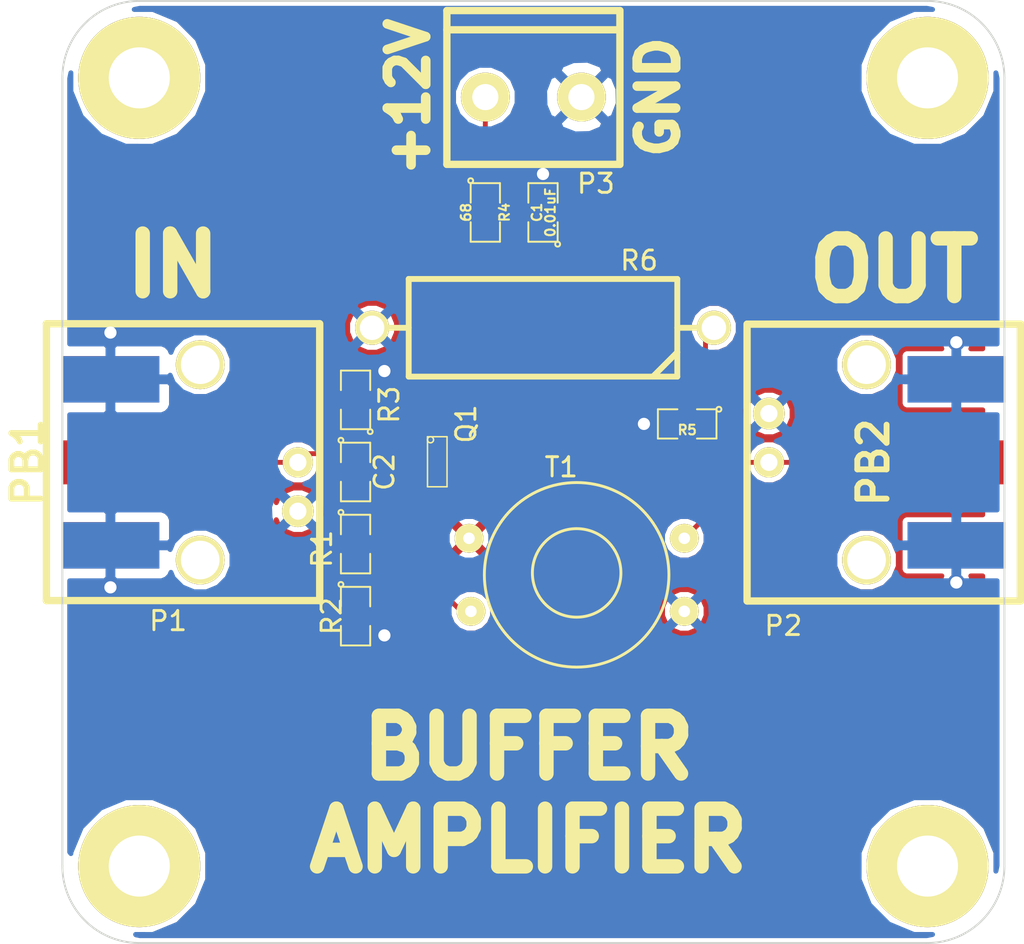
<source format=kicad_pcb>
(kicad_pcb (version 3) (host pcbnew "(2013-04-19 BZR 4011)-stable")

  (general
    (links 31)
    (no_connects 0)
    (area -6.651066 -2.2484 52.4944 49.050001)
    (thickness 1.6)
    (drawings 13)
    (tracks 44)
    (zones 0)
    (modules 19)
    (nets 9)
  )

  (page A3)
  (layers
    (15 F.Cu signal)
    (0 B.Cu signal)
    (16 B.Adhes user)
    (17 F.Adhes user)
    (18 B.Paste user)
    (19 F.Paste user)
    (20 B.SilkS user)
    (21 F.SilkS user)
    (22 B.Mask user)
    (23 F.Mask user)
    (24 Dwgs.User user)
    (25 Cmts.User user)
    (26 Eco1.User user)
    (27 Eco2.User user)
    (28 Edge.Cuts user)
  )

  (setup
    (last_trace_width 0.254)
    (trace_clearance 0.254)
    (zone_clearance 0.2032)
    (zone_45_only no)
    (trace_min 0.254)
    (segment_width 0.2)
    (edge_width 0.1)
    (via_size 0.889)
    (via_drill 0.635)
    (via_min_size 0.889)
    (via_min_drill 0.508)
    (uvia_size 0.508)
    (uvia_drill 0.127)
    (uvias_allowed no)
    (uvia_min_size 0.508)
    (uvia_min_drill 0.127)
    (pcb_text_width 0.3)
    (pcb_text_size 1.5 1.5)
    (mod_edge_width 0.15)
    (mod_text_size 1 1)
    (mod_text_width 0.15)
    (pad_size 1.5 1.5)
    (pad_drill 0.6)
    (pad_to_mask_clearance 0)
    (aux_axis_origin 0 0)
    (visible_elements FFFFFFBF)
    (pcbplotparams
      (layerselection 3178497)
      (usegerberextensions true)
      (excludeedgelayer true)
      (linewidth 152400)
      (plotframeref false)
      (viasonmask false)
      (mode 1)
      (useauxorigin false)
      (hpglpennumber 1)
      (hpglpenspeed 20)
      (hpglpendiameter 15)
      (hpglpenoverlay 2)
      (psnegative false)
      (psa4output false)
      (plotreference true)
      (plotvalue true)
      (plotothertext true)
      (plotinvisibletext false)
      (padsonsilk false)
      (subtractmaskfromsilk false)
      (outputformat 1)
      (mirror false)
      (drillshape 1)
      (scaleselection 1)
      (outputdirectory ""))
  )

  (net 0 "")
  (net 1 /+12V)
  (net 2 /+BUF)
  (net 3 /GND)
  (net 4 /IN)
  (net 5 /OUT)
  (net 6 /VB)
  (net 7 /VC)
  (net 8 N-000001)

  (net_class Default "This is the default net class."
    (clearance 0.254)
    (trace_width 0.254)
    (via_dia 0.889)
    (via_drill 0.635)
    (uvia_dia 0.508)
    (uvia_drill 0.127)
    (add_net "")
    (add_net /+12V)
    (add_net /+BUF)
    (add_net /GND)
    (add_net /IN)
    (add_net /OUT)
    (add_net /VB)
    (add_net /VC)
    (add_net N-000001)
  )

  (module TB2-5MM (layer F.Cu) (tedit 51ADFD40) (tstamp 51ADF128)
    (at 22 5)
    (path /51AC8CBC)
    (fp_text reference P3 (at 5.75 4.5) (layer F.SilkS)
      (effects (font (size 1 1) (thickness 0.15)))
    )
    (fp_text value CONN_2 (at 2 5) (layer F.SilkS) hide
      (effects (font (size 1.524 1.524) (thickness 0.3048)))
    )
    (fp_line (start -2 -4.5) (end -2 3.5) (layer F.SilkS) (width 0.381))
    (fp_line (start 7 -4.5) (end 7 3.5) (layer F.SilkS) (width 0.381))
    (fp_line (start -2 3.5) (end 7 3.5) (layer F.SilkS) (width 0.381))
    (fp_line (start -2 -3.5) (end 7 -3.5) (layer F.SilkS) (width 0.381))
    (fp_line (start -2 -4.5) (end 7 -4.5) (layer F.SilkS) (width 0.381))
    (pad 1 thru_hole circle (at 0 0) (size 2.54 2.54) (drill 1.3589)
      (layers *.Cu *.Mask F.SilkS)
      (net 1 /+12V)
    )
    (pad 2 thru_hole circle (at 5 0) (size 2.54 2.54) (drill 1.3589)
      (layers *.Cu *.Mask F.SilkS)
      (net 3 /GND)
    )
  )

  (module SM0805 (layer F.Cu) (tedit 51ADEDE2) (tstamp 51ADF135)
    (at 22 11 270)
    (path /51AC8CE1)
    (attr smd)
    (fp_text reference R4 (at 0 -1 270) (layer F.SilkS)
      (effects (font (size 0.50038 0.50038) (thickness 0.10922)))
    )
    (fp_text value 68 (at 0 1 270) (layer F.SilkS)
      (effects (font (size 0.50038 0.50038) (thickness 0.10922)))
    )
    (fp_circle (center -1.651 0.762) (end -1.651 0.635) (layer F.SilkS) (width 0.09906))
    (fp_line (start -0.508 0.762) (end -1.524 0.762) (layer F.SilkS) (width 0.09906))
    (fp_line (start -1.524 0.762) (end -1.524 -0.762) (layer F.SilkS) (width 0.09906))
    (fp_line (start -1.524 -0.762) (end -0.508 -0.762) (layer F.SilkS) (width 0.09906))
    (fp_line (start 0.508 -0.762) (end 1.524 -0.762) (layer F.SilkS) (width 0.09906))
    (fp_line (start 1.524 -0.762) (end 1.524 0.762) (layer F.SilkS) (width 0.09906))
    (fp_line (start 1.524 0.762) (end 0.508 0.762) (layer F.SilkS) (width 0.09906))
    (pad 1 smd rect (at -0.9525 0 270) (size 0.889 1.397)
      (layers F.Cu F.Paste F.Mask)
      (net 1 /+12V)
    )
    (pad 2 smd rect (at 0.9525 0 270) (size 0.889 1.397)
      (layers F.Cu F.Paste F.Mask)
      (net 2 /+BUF)
    )
    (model smd/chip_cms.wrl
      (at (xyz 0 0 0))
      (scale (xyz 0.1 0.1 0.1))
      (rotate (xyz 0 0 0))
    )
  )

  (module SM0805 (layer F.Cu) (tedit 5091495C) (tstamp 51ADF142)
    (at 25 11 90)
    (path /51AC8CF0)
    (attr smd)
    (fp_text reference C1 (at 0 -0.3175 90) (layer F.SilkS)
      (effects (font (size 0.50038 0.50038) (thickness 0.10922)))
    )
    (fp_text value 0.01uF (at 0 0.381 90) (layer F.SilkS)
      (effects (font (size 0.50038 0.50038) (thickness 0.10922)))
    )
    (fp_circle (center -1.651 0.762) (end -1.651 0.635) (layer F.SilkS) (width 0.09906))
    (fp_line (start -0.508 0.762) (end -1.524 0.762) (layer F.SilkS) (width 0.09906))
    (fp_line (start -1.524 0.762) (end -1.524 -0.762) (layer F.SilkS) (width 0.09906))
    (fp_line (start -1.524 -0.762) (end -0.508 -0.762) (layer F.SilkS) (width 0.09906))
    (fp_line (start 0.508 -0.762) (end 1.524 -0.762) (layer F.SilkS) (width 0.09906))
    (fp_line (start 1.524 -0.762) (end 1.524 0.762) (layer F.SilkS) (width 0.09906))
    (fp_line (start 1.524 0.762) (end 0.508 0.762) (layer F.SilkS) (width 0.09906))
    (pad 1 smd rect (at -0.9525 0 90) (size 0.889 1.397)
      (layers F.Cu F.Paste F.Mask)
      (net 2 /+BUF)
    )
    (pad 2 smd rect (at 0.9525 0 90) (size 0.889 1.397)
      (layers F.Cu F.Paste F.Mask)
      (net 3 /GND)
    )
    (model smd/chip_cms.wrl
      (at (xyz 0 0 0))
      (scale (xyz 0.1 0.1 0.1))
      (rotate (xyz 0 0 0))
    )
  )

  (module SM0805 (layer F.Cu) (tedit 51ADF71F) (tstamp 51ADF14F)
    (at 15.25 28.25 270)
    (path /51AC8CFF)
    (attr smd)
    (fp_text reference R1 (at 0.25 1.75 270) (layer F.SilkS)
      (effects (font (size 1 1) (thickness 0.15)))
    )
    (fp_text value 22K (at 0 1 270) (layer F.SilkS) hide
      (effects (font (size 0.50038 0.50038) (thickness 0.10922)))
    )
    (fp_circle (center -1.651 0.762) (end -1.651 0.635) (layer F.SilkS) (width 0.09906))
    (fp_line (start -0.508 0.762) (end -1.524 0.762) (layer F.SilkS) (width 0.09906))
    (fp_line (start -1.524 0.762) (end -1.524 -0.762) (layer F.SilkS) (width 0.09906))
    (fp_line (start -1.524 -0.762) (end -0.508 -0.762) (layer F.SilkS) (width 0.09906))
    (fp_line (start 0.508 -0.762) (end 1.524 -0.762) (layer F.SilkS) (width 0.09906))
    (fp_line (start 1.524 -0.762) (end 1.524 0.762) (layer F.SilkS) (width 0.09906))
    (fp_line (start 1.524 0.762) (end 0.508 0.762) (layer F.SilkS) (width 0.09906))
    (pad 1 smd rect (at -0.9525 0 270) (size 0.889 1.397)
      (layers F.Cu F.Paste F.Mask)
      (net 2 /+BUF)
    )
    (pad 2 smd rect (at 0.9525 0 270) (size 0.889 1.397)
      (layers F.Cu F.Paste F.Mask)
      (net 6 /VB)
    )
    (model smd/chip_cms.wrl
      (at (xyz 0 0 0))
      (scale (xyz 0.1 0.1 0.1))
      (rotate (xyz 0 0 0))
    )
  )

  (module SM0805 (layer F.Cu) (tedit 51ADF71B) (tstamp 51ADF15C)
    (at 15.25 32 270)
    (path /51AC8D0E)
    (attr smd)
    (fp_text reference R2 (at 0 1.25 270) (layer F.SilkS)
      (effects (font (size 1 1) (thickness 0.15)))
    )
    (fp_text value R (at 0 0.381 270) (layer F.SilkS) hide
      (effects (font (size 0.50038 0.50038) (thickness 0.10922)))
    )
    (fp_circle (center -1.651 0.762) (end -1.651 0.635) (layer F.SilkS) (width 0.09906))
    (fp_line (start -0.508 0.762) (end -1.524 0.762) (layer F.SilkS) (width 0.09906))
    (fp_line (start -1.524 0.762) (end -1.524 -0.762) (layer F.SilkS) (width 0.09906))
    (fp_line (start -1.524 -0.762) (end -0.508 -0.762) (layer F.SilkS) (width 0.09906))
    (fp_line (start 0.508 -0.762) (end 1.524 -0.762) (layer F.SilkS) (width 0.09906))
    (fp_line (start 1.524 -0.762) (end 1.524 0.762) (layer F.SilkS) (width 0.09906))
    (fp_line (start 1.524 0.762) (end 0.508 0.762) (layer F.SilkS) (width 0.09906))
    (pad 1 smd rect (at -0.9525 0 270) (size 0.889 1.397)
      (layers F.Cu F.Paste F.Mask)
      (net 6 /VB)
    )
    (pad 2 smd rect (at 0.9525 0 270) (size 0.889 1.397)
      (layers F.Cu F.Paste F.Mask)
      (net 3 /GND)
    )
    (model smd/chip_cms.wrl
      (at (xyz 0 0 0))
      (scale (xyz 0.1 0.1 0.1))
      (rotate (xyz 0 0 0))
    )
  )

  (module SM0805 (layer F.Cu) (tedit 51ADF723) (tstamp 51ADF169)
    (at 15.25 20.75 90)
    (path /51AC8D2C)
    (attr smd)
    (fp_text reference R3 (at -0.25 1.75 90) (layer F.SilkS)
      (effects (font (size 1 1) (thickness 0.15)))
    )
    (fp_text value 180 (at 0 0.381 90) (layer F.SilkS) hide
      (effects (font (size 0.50038 0.50038) (thickness 0.10922)))
    )
    (fp_circle (center -1.651 0.762) (end -1.651 0.635) (layer F.SilkS) (width 0.09906))
    (fp_line (start -0.508 0.762) (end -1.524 0.762) (layer F.SilkS) (width 0.09906))
    (fp_line (start -1.524 0.762) (end -1.524 -0.762) (layer F.SilkS) (width 0.09906))
    (fp_line (start -1.524 -0.762) (end -0.508 -0.762) (layer F.SilkS) (width 0.09906))
    (fp_line (start 0.508 -0.762) (end 1.524 -0.762) (layer F.SilkS) (width 0.09906))
    (fp_line (start 1.524 -0.762) (end 1.524 0.762) (layer F.SilkS) (width 0.09906))
    (fp_line (start 1.524 0.762) (end 0.508 0.762) (layer F.SilkS) (width 0.09906))
    (pad 1 smd rect (at -0.9525 0 90) (size 0.889 1.397)
      (layers F.Cu F.Paste F.Mask)
      (net 8 N-000001)
    )
    (pad 2 smd rect (at 0.9525 0 90) (size 0.889 1.397)
      (layers F.Cu F.Paste F.Mask)
      (net 3 /GND)
    )
    (model smd/chip_cms.wrl
      (at (xyz 0 0 0))
      (scale (xyz 0.1 0.1 0.1))
      (rotate (xyz 0 0 0))
    )
  )

  (module SM0805 (layer F.Cu) (tedit 51ADF719) (tstamp 51ADF176)
    (at 15.25 24.5 270)
    (path /51AC8D77)
    (attr smd)
    (fp_text reference C2 (at 0 -1.5 270) (layer F.SilkS)
      (effects (font (size 1 1) (thickness 0.15)))
    )
    (fp_text value C (at 0 0.381 270) (layer F.SilkS) hide
      (effects (font (size 0.50038 0.50038) (thickness 0.10922)))
    )
    (fp_circle (center -1.651 0.762) (end -1.651 0.635) (layer F.SilkS) (width 0.09906))
    (fp_line (start -0.508 0.762) (end -1.524 0.762) (layer F.SilkS) (width 0.09906))
    (fp_line (start -1.524 0.762) (end -1.524 -0.762) (layer F.SilkS) (width 0.09906))
    (fp_line (start -1.524 -0.762) (end -0.508 -0.762) (layer F.SilkS) (width 0.09906))
    (fp_line (start 0.508 -0.762) (end 1.524 -0.762) (layer F.SilkS) (width 0.09906))
    (fp_line (start 1.524 -0.762) (end 1.524 0.762) (layer F.SilkS) (width 0.09906))
    (fp_line (start 1.524 0.762) (end 0.508 0.762) (layer F.SilkS) (width 0.09906))
    (pad 1 smd rect (at -0.9525 0 270) (size 0.889 1.397)
      (layers F.Cu F.Paste F.Mask)
      (net 4 /IN)
    )
    (pad 2 smd rect (at 0.9525 0 270) (size 0.889 1.397)
      (layers F.Cu F.Paste F.Mask)
      (net 6 /VB)
    )
    (model smd/chip_cms.wrl
      (at (xyz 0 0 0))
      (scale (xyz 0.1 0.1 0.1))
      (rotate (xyz 0 0 0))
    )
  )

  (module SM0805 (layer F.Cu) (tedit 51ADF55A) (tstamp 51ADF183)
    (at 32.5 22 180)
    (path /51AC8F1C)
    (attr smd)
    (fp_text reference R5 (at 0 -0.3175 180) (layer F.SilkS)
      (effects (font (size 0.50038 0.50038) (thickness 0.10922)))
    )
    (fp_text value DNP (at 0 0.381 180) (layer F.SilkS) hide
      (effects (font (size 0.50038 0.50038) (thickness 0.10922)))
    )
    (fp_circle (center -1.651 0.762) (end -1.651 0.635) (layer F.SilkS) (width 0.09906))
    (fp_line (start -0.508 0.762) (end -1.524 0.762) (layer F.SilkS) (width 0.09906))
    (fp_line (start -1.524 0.762) (end -1.524 -0.762) (layer F.SilkS) (width 0.09906))
    (fp_line (start -1.524 -0.762) (end -0.508 -0.762) (layer F.SilkS) (width 0.09906))
    (fp_line (start 0.508 -0.762) (end 1.524 -0.762) (layer F.SilkS) (width 0.09906))
    (fp_line (start 1.524 -0.762) (end 1.524 0.762) (layer F.SilkS) (width 0.09906))
    (fp_line (start 1.524 0.762) (end 0.508 0.762) (layer F.SilkS) (width 0.09906))
    (pad 1 smd rect (at -0.9525 0 180) (size 0.889 1.397)
      (layers F.Cu F.Paste F.Mask)
      (net 5 /OUT)
    )
    (pad 2 smd rect (at 0.9525 0 180) (size 0.889 1.397)
      (layers F.Cu F.Paste F.Mask)
      (net 3 /GND)
    )
    (model smd/chip_cms.wrl
      (at (xyz 0 0 0))
      (scale (xyz 0.1 0.1 0.1))
      (rotate (xyz 0 0 0))
    )
  )

  (module BNC-RT (layer F.Cu) (tedit 51ADFF7F) (tstamp 51ADF18F)
    (at 12.25 24 90)
    (path /51AC8CD2)
    (fp_text reference P1 (at -8.25 -6.75 180) (layer F.SilkS)
      (effects (font (size 1 1) (thickness 0.15)))
    )
    (fp_text value BNC (at -0.14986 6.2992 90) (layer F.SilkS) hide
      (effects (font (size 1.524 1.524) (thickness 0.3048)))
    )
    (fp_line (start -7.1882 1.1176) (end -7.1882 -13.08354) (layer F.SilkS) (width 0.381))
    (fp_line (start -7.19328 -13.07846) (end 7.20598 -13.07846) (layer F.SilkS) (width 0.381))
    (fp_line (start 7.21106 -13.08354) (end 7.21106 1.1176) (layer F.SilkS) (width 0.381))
    (fp_line (start -7.1882 1.13538) (end 7.21106 1.13538) (layer F.SilkS) (width 0.381))
    (pad 1 thru_hole circle (at 0 0 90) (size 1.5748 1.5748) (drill 0.889)
      (layers *.Cu *.Mask F.SilkS)
      (net 4 /IN)
    )
    (pad 2 thru_hole circle (at -2.54 0 90) (size 1.651 1.651) (drill 0.889)
      (layers *.Cu *.Mask F.SilkS)
      (net 3 /GND)
    )
    (pad "" thru_hole circle (at -5.08 -5.08 90) (size 2.54 2.54) (drill 2.00914)
      (layers *.Cu *.Mask F.SilkS)
    )
    (pad "" thru_hole circle (at 5.08 -5.08 90) (size 2.54 2.54) (drill 2.00914)
      (layers *.Cu *.Mask F.SilkS)
    )
  )

  (module BNC-RT (layer F.Cu) (tedit 51ADFD39) (tstamp 51ADF19B)
    (at 36.75 24 270)
    (path /51AC8D54)
    (fp_text reference P2 (at 8.5 -0.75 360) (layer F.SilkS)
      (effects (font (size 1 1) (thickness 0.15)))
    )
    (fp_text value BNC (at -0.14986 6.2992 270) (layer F.SilkS) hide
      (effects (font (size 1.524 1.524) (thickness 0.3048)))
    )
    (fp_line (start -7.1882 1.1176) (end -7.1882 -13.08354) (layer F.SilkS) (width 0.381))
    (fp_line (start -7.19328 -13.07846) (end 7.20598 -13.07846) (layer F.SilkS) (width 0.381))
    (fp_line (start 7.21106 -13.08354) (end 7.21106 1.1176) (layer F.SilkS) (width 0.381))
    (fp_line (start -7.1882 1.13538) (end 7.21106 1.13538) (layer F.SilkS) (width 0.381))
    (pad 1 thru_hole circle (at 0 0 270) (size 1.5748 1.5748) (drill 0.889)
      (layers *.Cu *.Mask F.SilkS)
      (net 5 /OUT)
    )
    (pad 2 thru_hole circle (at -2.54 0 270) (size 1.651 1.651) (drill 0.889)
      (layers *.Cu *.Mask F.SilkS)
      (net 3 /GND)
    )
    (pad "" thru_hole circle (at -5.08 -5.08 270) (size 2.54 2.54) (drill 2.00914)
      (layers *.Cu *.Mask F.SilkS)
    )
    (pad "" thru_hole circle (at 5.08 -5.08 270) (size 2.54 2.54) (drill 2.00914)
      (layers *.Cu *.Mask F.SilkS)
    )
  )

  (module SOT23 (layer F.Cu) (tedit 51ADF721) (tstamp 51ADF802)
    (at 19.5 24 270)
    (tags SOT23)
    (path /51AC8D1D)
    (fp_text reference Q1 (at -2 -1.5 270) (layer F.SilkS)
      (effects (font (size 1 1) (thickness 0.15)))
    )
    (fp_text value 2N3904 (at 0.0635 0 270) (layer F.SilkS) hide
      (effects (font (size 0.50038 0.50038) (thickness 0.09906)))
    )
    (fp_circle (center -1.17602 0.35052) (end -1.30048 0.44958) (layer F.SilkS) (width 0.07874))
    (fp_line (start 1.27 -0.508) (end 1.27 0.508) (layer F.SilkS) (width 0.07874))
    (fp_line (start -1.3335 -0.508) (end -1.3335 0.508) (layer F.SilkS) (width 0.07874))
    (fp_line (start 1.27 0.508) (end -1.3335 0.508) (layer F.SilkS) (width 0.07874))
    (fp_line (start -1.3335 -0.508) (end 1.27 -0.508) (layer F.SilkS) (width 0.07874))
    (pad 3 smd rect (at 0 -1.09982 270) (size 0.8001 1.00076)
      (layers F.Cu F.Paste F.Mask)
      (net 7 /VC)
    )
    (pad 2 smd rect (at 0.9525 1.09982 270) (size 0.8001 1.00076)
      (layers F.Cu F.Paste F.Mask)
      (net 6 /VB)
    )
    (pad 1 smd rect (at -0.9525 1.09982 270) (size 0.8001 1.00076)
      (layers F.Cu F.Paste F.Mask)
      (net 8 N-000001)
    )
    (model smd\SOT23_3.wrl
      (at (xyz 0 0 0))
      (scale (xyz 0.4 0.4 0.4))
      (rotate (xyz 0 0 180))
    )
  )

  (module MTG-4-40 (layer F.Cu) (tedit 50F036E3) (tstamp 51ADF813)
    (at 4 4)
    (path /51ADF1DC)
    (fp_text reference MTG1 (at -6.858 -0.635) (layer F.SilkS) hide
      (effects (font (size 1.524 1.524) (thickness 0.3048)))
    )
    (fp_text value CONN_1 (at 0 -5.08) (layer F.SilkS) hide
      (effects (font (size 1.524 1.524) (thickness 0.3048)))
    )
    (pad 1 thru_hole circle (at 0 0) (size 6.35 6.35) (drill 3.175)
      (layers *.Cu *.Mask F.SilkS)
    )
  )

  (module MTG-4-40 (layer F.Cu) (tedit 50F036E3) (tstamp 51ADF818)
    (at 45 4)
    (path /51ADF21A)
    (fp_text reference MTG2 (at -6.858 -0.635) (layer F.SilkS) hide
      (effects (font (size 1.524 1.524) (thickness 0.3048)))
    )
    (fp_text value CONN_1 (at 0 -5.08) (layer F.SilkS) hide
      (effects (font (size 1.524 1.524) (thickness 0.3048)))
    )
    (pad 1 thru_hole circle (at 0 0) (size 6.35 6.35) (drill 3.175)
      (layers *.Cu *.Mask F.SilkS)
    )
  )

  (module MTG-4-40 (layer F.Cu) (tedit 50F036E3) (tstamp 51ADF81D)
    (at 4 45)
    (path /51ADF221)
    (fp_text reference MTG3 (at -6.858 -0.635) (layer F.SilkS) hide
      (effects (font (size 1.524 1.524) (thickness 0.3048)))
    )
    (fp_text value CONN_1 (at 0 -5.08) (layer F.SilkS) hide
      (effects (font (size 1.524 1.524) (thickness 0.3048)))
    )
    (pad 1 thru_hole circle (at 0 0) (size 6.35 6.35) (drill 3.175)
      (layers *.Cu *.Mask F.SilkS)
    )
  )

  (module MTG-4-40 (layer F.Cu) (tedit 50F036E3) (tstamp 51ADF822)
    (at 45 45)
    (path /51ADF228)
    (fp_text reference MTG4 (at -6.858 -0.635) (layer F.SilkS) hide
      (effects (font (size 1.524 1.524) (thickness 0.3048)))
    )
    (fp_text value CONN_1 (at 0 -5.08) (layer F.SilkS) hide
      (effects (font (size 1.524 1.524) (thickness 0.3048)))
    )
    (pad 1 thru_hole circle (at 0 0) (size 6.35 6.35) (drill 3.175)
      (layers *.Cu *.Mask F.SilkS)
    )
  )

  (module TRANS-37-43 (layer F.Cu) (tedit 51ADF5C8) (tstamp 51ADF9F8)
    (at 26.75 29.75)
    (path /51AC8D45)
    (fp_text reference T1 (at -0.8 -5.5) (layer F.SilkS)
      (effects (font (size 1 1) (thickness 0.15)))
    )
    (fp_text value TRANSFO (at 0.1 6.1) (layer F.SilkS) hide
      (effects (font (size 1 1) (thickness 0.15)))
    )
    (fp_circle (center 0 0.1) (end 4.8 0.1) (layer F.SilkS) (width 0.15))
    (fp_circle (center 0 0) (end 2.3 0.1) (layer F.SilkS) (width 0.15))
    (pad 1 thru_hole circle (at -5.6 -1.8) (size 1.5 1.5) (drill 0.6)
      (layers *.Cu *.Mask F.SilkS)
      (net 2 /+BUF)
    )
    (pad 2 thru_hole circle (at -5.5 2) (size 1.5 1.5) (drill 0.6)
      (layers *.Cu *.Mask F.SilkS)
      (net 7 /VC)
    )
    (pad 3 thru_hole circle (at 5.6 2) (size 1.5 1.5) (drill 0.6)
      (layers *.Cu *.Mask F.SilkS)
      (net 3 /GND)
    )
    (pad 4 thru_hole circle (at 5.6 -1.8) (size 1.5 1.5) (drill 0.6)
      (layers *.Cu *.Mask F.SilkS)
      (net 5 /OUT)
    )
  )

  (module R7 (layer F.Cu) (tedit 51ADFA07) (tstamp 51AE03EE)
    (at 25 17 180)
    (descr "Resitance 7 pas")
    (tags R)
    (path /51ADF8BA)
    (autoplace_cost180 10)
    (fp_text reference R6 (at -5 3.5 180) (layer F.SilkS)
      (effects (font (size 1 1) (thickness 0.15)))
    )
    (fp_text value DNP (at -2.286 -1.27 180) (layer F.SilkS) hide
      (effects (font (size 1.397 1.27) (thickness 0.2032)))
    )
    (fp_line (start -8.89 0) (end -8.89 0) (layer F.SilkS) (width 0.3048))
    (fp_line (start -8.89 0) (end -8.89 0) (layer F.SilkS) (width 0.3048))
    (fp_line (start 6.985 0) (end 8.89 0) (layer F.SilkS) (width 0.3048))
    (fp_line (start 8.89 0) (end 8.89 0) (layer F.SilkS) (width 0.3048))
    (fp_line (start 6.985 2.54) (end -6.985 2.54) (layer F.SilkS) (width 0.3048))
    (fp_line (start -6.985 -2.54) (end 6.985 -2.54) (layer F.SilkS) (width 0.3048))
    (fp_line (start -6.985 -1.27) (end -5.715 -2.54) (layer F.SilkS) (width 0.3048))
    (fp_line (start 6.985 -2.54) (end 6.985 2.54) (layer F.SilkS) (width 0.3048))
    (fp_line (start -6.985 -2.54) (end -6.985 2.54) (layer F.SilkS) (width 0.3048))
    (fp_line (start -8.89 0) (end -6.985 0) (layer F.SilkS) (width 0.3048))
    (pad 1 thru_hole circle (at -8.89 0 180) (size 1.778 1.778) (drill 1.27)
      (layers *.Cu *.Mask F.SilkS)
      (net 5 /OUT)
    )
    (pad 2 thru_hole circle (at 8.89 0 180) (size 1.778 1.778) (drill 1.27)
      (layers *.Cu *.Mask F.SilkS)
      (net 3 /GND)
    )
    (model discret/resistor.wrl
      (at (xyz 0 0 0))
      (scale (xyz 0.7 0.7 0.7))
      (rotate (xyz 0 0 0))
    )
  )

  (module SMA_EDGE (layer F.Cu) (tedit 516DB352) (tstamp 51AE1044)
    (at 2.5 24)
    (path /51ADFE1D)
    (fp_text reference PB1 (at -4.318 0 90) (layer F.SilkS)
      (effects (font (size 1.524 1.524) (thickness 0.3048)))
    )
    (fp_text value CONN_2 (at 4.826 0.254 90) (layer F.SilkS) hide
      (effects (font (size 1.524 1.524) (thickness 0.3048)))
    )
    (pad 1 smd rect (at 0 0) (size 5.08 2.286)
      (layers F.Cu F.Paste F.Mask)
      (net 4 /IN)
    )
    (pad 2 smd rect (at 0 -4.318) (size 5.08 2.413)
      (layers F.Cu F.Paste F.Mask)
      (net 3 /GND)
    )
    (pad 2 smd rect (at 0 4.318) (size 5.08 2.413)
      (layers F.Cu F.Paste F.Mask)
      (net 3 /GND)
    )
    (pad 2 smd rect (at 0 -4.318) (size 5.08 2.413)
      (layers B.Cu B.Paste B.Mask)
      (net 3 /GND)
    )
    (pad 2 smd rect (at 0 4.318) (size 5.08 2.413)
      (layers B.Cu B.Paste B.Mask)
      (net 3 /GND)
    )
  )

  (module SMA_EDGE (layer F.Cu) (tedit 516DB352) (tstamp 51AE104D)
    (at 46.5 24)
    (path /51ADFE2C)
    (fp_text reference PB2 (at -4.318 0 90) (layer F.SilkS)
      (effects (font (size 1.524 1.524) (thickness 0.3048)))
    )
    (fp_text value CONN_2 (at 4.826 0.254 90) (layer F.SilkS) hide
      (effects (font (size 1.524 1.524) (thickness 0.3048)))
    )
    (pad 1 smd rect (at 0 0) (size 5.08 2.286)
      (layers F.Cu F.Paste F.Mask)
      (net 5 /OUT)
    )
    (pad 2 smd rect (at 0 -4.318) (size 5.08 2.413)
      (layers F.Cu F.Paste F.Mask)
      (net 3 /GND)
    )
    (pad 2 smd rect (at 0 4.318) (size 5.08 2.413)
      (layers F.Cu F.Paste F.Mask)
      (net 3 /GND)
    )
    (pad 2 smd rect (at 0 -4.318) (size 5.08 2.413)
      (layers B.Cu B.Paste B.Mask)
      (net 3 /GND)
    )
    (pad 2 smd rect (at 0 4.318) (size 5.08 2.413)
      (layers B.Cu B.Paste B.Mask)
      (net 3 /GND)
    )
  )

  (gr_text GND (at 31 5 90) (layer F.SilkS)
    (effects (font (size 2 2) (thickness 0.5)))
  )
  (gr_text +12V (at 18 5 90) (layer F.SilkS)
    (effects (font (size 2 2) (thickness 0.5)))
  )
  (gr_line (start 0 45) (end 0 4) (angle 90) (layer Edge.Cuts) (width 0.1))
  (gr_line (start 45 49) (end 4 49) (angle 90) (layer Edge.Cuts) (width 0.1))
  (gr_line (start 49 4) (end 49 45) (angle 90) (layer Edge.Cuts) (width 0.1))
  (gr_line (start 4 0) (end 45 0) (angle 90) (layer Edge.Cuts) (width 0.1))
  (gr_arc (start 4 45) (end 4 49) (angle 90) (layer Edge.Cuts) (width 0.1))
  (gr_arc (start 45 45) (end 49 45) (angle 90) (layer Edge.Cuts) (width 0.1))
  (gr_arc (start 45 4) (end 45 0) (angle 90) (layer Edge.Cuts) (width 0.1))
  (gr_arc (start 4 4) (end 0 4) (angle 90) (layer Edge.Cuts) (width 0.1))
  (gr_text "BUFFER\nAMPLIFIER" (at 24.25 41.25) (layer F.SilkS)
    (effects (font (size 3 3) (thickness 0.75)))
  )
  (gr_text OUT (at 43.25 14) (layer F.SilkS)
    (effects (font (size 3 3) (thickness 0.75)))
  )
  (gr_text IN (at 5.75 13.75) (layer F.SilkS)
    (effects (font (size 3 3) (thickness 0.75)))
  )

  (segment (start 22 10.0475) (end 22 5) (width 0.254) (layer F.Cu) (net 1) (status 30))
  (segment (start 15.25 19.7975) (end 16.2025 19.7975) (width 0.254) (layer F.Cu) (net 3))
  (via (at 16.75 19.25) (size 0.889) (layers F.Cu B.Cu) (net 3))
  (segment (start 16.2025 19.7975) (end 16.75 19.25) (width 0.254) (layer F.Cu) (net 3) (tstamp 51AE1240))
  (segment (start 31.5475 22) (end 30.25 22) (width 0.254) (layer F.Cu) (net 3))
  (via (at 30.25 22) (size 0.889) (layers F.Cu B.Cu) (net 3))
  (segment (start 15.25 32.9525) (end 16.7025 32.9525) (width 0.254) (layer F.Cu) (net 3))
  (via (at 16.75 33) (size 0.889) (layers F.Cu B.Cu) (net 3))
  (segment (start 16.7025 32.9525) (end 16.75 33) (width 0.254) (layer F.Cu) (net 3) (tstamp 51AE1216))
  (segment (start 46.5 28.318) (end 46.5 30.25) (width 0.254) (layer F.Cu) (net 3) (status 400010))
  (via (at 46.5 30.25) (size 0.889) (layers F.Cu B.Cu) (net 3))
  (segment (start 46.5 19.682) (end 46.5 17.75) (width 0.254) (layer F.Cu) (net 3) (status 400010))
  (via (at 46.5 17.75) (size 0.889) (layers F.Cu B.Cu) (net 3))
  (segment (start 2.5 28.318) (end 2.5 30.5) (width 0.254) (layer F.Cu) (net 3) (status 10))
  (via (at 2.5 30.5) (size 0.889) (layers F.Cu B.Cu) (net 3))
  (segment (start 2.5 19.682) (end 2.5 17.25) (width 0.254) (layer F.Cu) (net 3) (status 10))
  (via (at 2.5 17.25) (size 0.889) (layers F.Cu B.Cu) (net 3))
  (segment (start 25 10.0475) (end 25 9) (width 0.254) (layer F.Cu) (net 3) (status 10))
  (via (at 25 9) (size 0.889) (layers F.Cu B.Cu) (net 3))
  (segment (start 2.5 24) (end 12.25 24) (width 0.254) (layer F.Cu) (net 4))
  (segment (start 15.25 23.5475) (end 12.7025 23.5475) (width 0.254) (layer F.Cu) (net 4))
  (segment (start 12.7025 23.5475) (end 12.25 24) (width 0.254) (layer F.Cu) (net 4) (tstamp 51AE1224))
  (segment (start 33.4525 22) (end 33.4525 17.4375) (width 0.254) (layer F.Cu) (net 5))
  (segment (start 33.4525 17.4375) (end 33.89 17) (width 0.254) (layer F.Cu) (net 5) (tstamp 51AE698D))
  (segment (start 33.4525 22) (end 33.4525 22.4525) (width 0.254) (layer F.Cu) (net 5))
  (segment (start 35 24) (end 36.75 24) (width 0.254) (layer F.Cu) (net 5) (tstamp 51AE6987))
  (segment (start 33.4525 22.4525) (end 35 24) (width 0.254) (layer F.Cu) (net 5) (tstamp 51AE6986))
  (segment (start 36.75 24) (end 46.5 24) (width 0.254) (layer F.Cu) (net 5) (status 20))
  (segment (start 33.4525 22) (end 33.4525 26.8475) (width 0.254) (layer F.Cu) (net 5))
  (segment (start 33.4525 26.8475) (end 32.35 27.95) (width 0.254) (layer F.Cu) (net 5) (tstamp 51AE124B))
  (segment (start 15.25 29.2025) (end 17.0475 29.2025) (width 0.254) (layer F.Cu) (net 6))
  (segment (start 17.75 28.5) (end 17.75 25.4525) (width 0.254) (layer F.Cu) (net 6) (tstamp 51AE121F))
  (segment (start 17.0475 29.2025) (end 17.75 28.5) (width 0.254) (layer F.Cu) (net 6) (tstamp 51AE121E))
  (segment (start 15.25 25.4525) (end 17.75 25.4525) (width 0.254) (layer F.Cu) (net 6))
  (segment (start 17.75 25.4525) (end 17.90018 25.4525) (width 0.254) (layer F.Cu) (net 6) (tstamp 51AE1221))
  (segment (start 17.90018 25.4525) (end 18.40018 24.9525) (width 0.254) (layer F.Cu) (net 6) (tstamp 51AE121C))
  (segment (start 15.25 31.0475) (end 15.25 29.2025) (width 0.254) (layer F.Cu) (net 6))
  (segment (start 21.25 31.75) (end 20.75 31.75) (width 0.254) (layer F.Cu) (net 7))
  (segment (start 20.59982 25.65018) (end 20.59982 24) (width 0.254) (layer F.Cu) (net 7) (tstamp 51AE1238))
  (segment (start 19 27.25) (end 20.59982 25.65018) (width 0.254) (layer F.Cu) (net 7) (tstamp 51AE1236))
  (segment (start 19 30) (end 19 27.25) (width 0.254) (layer F.Cu) (net 7) (tstamp 51AE1234))
  (segment (start 20.75 31.75) (end 19 30) (width 0.254) (layer F.Cu) (net 7) (tstamp 51AE1233))
  (segment (start 15.25 21.7025) (end 17.05518 21.7025) (width 0.254) (layer F.Cu) (net 8))
  (segment (start 17.05518 21.7025) (end 18.40018 23.0475) (width 0.254) (layer F.Cu) (net 8) (tstamp 51AE123C))

  (zone (net 2) (net_name /+BUF) (layer F.Cu) (tstamp 51ADFB20) (hatch edge 0.508)
    (connect_pads (clearance 0.2032))
    (min_thickness 0.254)
    (fill (arc_segments 16) (thermal_gap 0.508) (thermal_bridge_width 0.508))
    (polygon
      (pts
        (xy 48 41) (xy 11 41) (xy 11 11) (xy 48 11)
      )
    )
    (filled_polygon
      (pts
        (xy 47.873 40.873) (xy 43.481286 40.873) (xy 43.481286 28.753037) (xy 43.230466 28.146005) (xy 42.766437 27.681166)
        (xy 42.159845 27.429287) (xy 41.503037 27.428714) (xy 40.896005 27.679534) (xy 40.431166 28.143563) (xy 40.179287 28.750155)
        (xy 40.178714 29.406963) (xy 40.429534 30.013995) (xy 40.893563 30.478834) (xy 41.500155 30.730713) (xy 42.156963 30.731286)
        (xy 42.763995 30.480466) (xy 43.228834 30.016437) (xy 43.480713 29.409845) (xy 43.481286 28.753037) (xy 43.481286 40.873)
        (xy 33.481195 40.873) (xy 33.481195 31.526017) (xy 33.309374 31.110177) (xy 32.991496 30.791744) (xy 32.575957 30.619197)
        (xy 32.126017 30.618805) (xy 31.710177 30.790626) (xy 31.391744 31.108504) (xy 31.219197 31.524043) (xy 31.218805 31.973983)
        (xy 31.390626 32.389823) (xy 31.708504 32.708256) (xy 32.124043 32.880803) (xy 32.573983 32.881195) (xy 32.989823 32.709374)
        (xy 33.308256 32.391496) (xy 33.480803 31.975957) (xy 33.481195 31.526017) (xy 33.481195 40.873) (xy 26.33361 40.873)
        (xy 26.33361 12.522755) (xy 26.3335 12.23825) (xy 26.17475 12.0795) (xy 25.127 12.0795) (xy 25.127 12.87325)
        (xy 25.28575 13.032) (xy 25.572745 13.03211) (xy 25.825364 13.031889) (xy 26.058668 12.935013) (xy 26.237141 12.756229)
        (xy 26.33361 12.522755) (xy 26.33361 40.873) (xy 24.873 40.873) (xy 24.873 12.87325) (xy 24.873 12.0795)
        (xy 23.82525 12.0795) (xy 23.6665 12.23825) (xy 23.66639 12.522755) (xy 23.762859 12.756229) (xy 23.941332 12.935013)
        (xy 24.174636 13.031889) (xy 24.427255 13.03211) (xy 24.71425 13.032) (xy 24.873 12.87325) (xy 24.873 40.873)
        (xy 23.33361 40.873) (xy 23.33361 12.522755) (xy 23.3335 12.23825) (xy 23.17475 12.0795) (xy 22.127 12.0795)
        (xy 22.127 12.87325) (xy 22.28575 13.032) (xy 22.572745 13.03211) (xy 22.825364 13.031889) (xy 23.058668 12.935013)
        (xy 23.237141 12.756229) (xy 23.33361 12.522755) (xy 23.33361 40.873) (xy 22.547198 40.873) (xy 22.547198 28.15483)
        (xy 22.519228 27.604554) (xy 22.362458 27.226078) (xy 22.121517 27.158088) (xy 21.941912 27.337693) (xy 21.941912 26.978483)
        (xy 21.873922 26.737542) (xy 21.873 26.737213) (xy 21.873 12.87325) (xy 21.873 12.0795) (xy 20.82525 12.0795)
        (xy 20.6665 12.23825) (xy 20.66639 12.522755) (xy 20.762859 12.756229) (xy 20.941332 12.935013) (xy 21.174636 13.031889)
        (xy 21.427255 13.03211) (xy 21.71425 13.032) (xy 21.873 12.87325) (xy 21.873 26.737213) (xy 21.35483 26.552802)
        (xy 20.804554 26.580772) (xy 20.426078 26.737542) (xy 20.358088 26.978483) (xy 21.15 27.770395) (xy 21.941912 26.978483)
        (xy 21.941912 27.337693) (xy 21.329605 27.95) (xy 22.121517 28.741912) (xy 22.362458 28.673922) (xy 22.547198 28.15483)
        (xy 22.547198 40.873) (xy 22.381195 40.873) (xy 22.381195 31.526017) (xy 22.209374 31.110177) (xy 21.941912 30.842248)
        (xy 21.941912 28.921517) (xy 21.15 28.129605) (xy 20.970395 28.30921) (xy 20.970395 27.95) (xy 20.178483 27.158088)
        (xy 19.937542 27.226078) (xy 19.752802 27.74517) (xy 19.780772 28.295446) (xy 19.937542 28.673922) (xy 20.178483 28.741912)
        (xy 20.970395 27.95) (xy 20.970395 28.30921) (xy 20.358088 28.921517) (xy 20.426078 29.162458) (xy 20.94517 29.347198)
        (xy 21.495446 29.319228) (xy 21.873922 29.162458) (xy 21.941912 28.921517) (xy 21.941912 30.842248) (xy 21.891496 30.791744)
        (xy 21.475957 30.619197) (xy 21.026017 30.618805) (xy 20.610177 30.790626) (xy 20.559567 30.841147) (xy 19.508 29.789579)
        (xy 19.508 27.46042) (xy 20.95903 26.00939) (xy 21.069151 25.844584) (xy 21.069151 25.844583) (xy 21.10782 25.65018)
        (xy 21.10782 24.781116) (xy 21.175653 24.781116) (xy 21.315737 24.723234) (xy 21.423008 24.616151) (xy 21.481134 24.476168)
        (xy 21.481266 24.324597) (xy 21.481266 23.524497) (xy 21.423384 23.384413) (xy 21.316301 23.277142) (xy 21.176318 23.219016)
        (xy 21.024747 23.218884) (xy 20.023987 23.218884) (xy 19.883903 23.276766) (xy 19.776632 23.383849) (xy 19.718506 23.523832)
        (xy 19.718374 23.675403) (xy 19.718374 24.475503) (xy 19.776256 24.615587) (xy 19.883339 24.722858) (xy 20.023322 24.780984)
        (xy 20.09182 24.781043) (xy 20.09182 25.43976) (xy 19.281626 26.249954) (xy 19.281626 25.277097) (xy 19.281626 24.476997)
        (xy 19.281626 23.372097) (xy 19.281626 22.571997) (xy 19.223744 22.431913) (xy 19.116661 22.324642) (xy 18.976678 22.266516)
        (xy 18.825107 22.266384) (xy 18.337484 22.266384) (xy 17.575643 21.504543) (xy 17.575643 19.086518) (xy 17.450233 18.783002)
        (xy 17.380219 18.712865) (xy 17.380219 16.74849) (xy 17.187281 16.281543) (xy 16.830336 15.923975) (xy 16.363727 15.730222)
        (xy 15.85849 15.729781) (xy 15.391543 15.922719) (xy 15.033975 16.279664) (xy 14.840222 16.746273) (xy 14.839781 17.25151)
        (xy 15.032719 17.718457) (xy 15.389664 18.076025) (xy 15.856273 18.269778) (xy 16.36151 18.270219) (xy 16.828457 18.077281)
        (xy 17.186025 17.720336) (xy 17.379778 17.253727) (xy 17.380219 16.74849) (xy 17.380219 18.712865) (xy 17.218219 18.550583)
        (xy 16.914923 18.424643) (xy 16.586518 18.424357) (xy 16.283002 18.549767) (xy 16.050583 18.781781) (xy 15.971588 18.972019)
        (xy 15.873047 18.971934) (xy 14.476047 18.971934) (xy 14.335963 19.029816) (xy 14.228692 19.136899) (xy 14.170566 19.276882)
        (xy 14.170434 19.428453) (xy 14.170434 20.317453) (xy 14.228316 20.457537) (xy 14.335399 20.564808) (xy 14.475382 20.622934)
        (xy 14.626953 20.623066) (xy 16.023953 20.623066) (xy 16.164037 20.565184) (xy 16.271308 20.458101) (xy 16.329434 20.318118)
        (xy 16.329466 20.280244) (xy 16.396903 20.266831) (xy 16.56171 20.15671) (xy 16.643012 20.075407) (xy 16.913482 20.075643)
        (xy 17.216998 19.950233) (xy 17.449417 19.718219) (xy 17.575357 19.414923) (xy 17.575643 19.086518) (xy 17.575643 21.504543)
        (xy 17.41439 21.34329) (xy 17.249583 21.233169) (xy 17.05518 21.1945) (xy 16.329566 21.1945) (xy 16.329566 21.182547)
        (xy 16.271684 21.042463) (xy 16.164601 20.935192) (xy 16.024618 20.877066) (xy 15.873047 20.876934) (xy 14.476047 20.876934)
        (xy 14.335963 20.934816) (xy 14.228692 21.041899) (xy 14.170566 21.181882) (xy 14.170434 21.333453) (xy 14.170434 22.222453)
        (xy 14.228316 22.362537) (xy 14.335399 22.469808) (xy 14.475382 22.527934) (xy 14.626953 22.528066) (xy 16.023953 22.528066)
        (xy 16.164037 22.470184) (xy 16.271308 22.363101) (xy 16.329434 22.223118) (xy 16.329444 22.2105) (xy 16.84476 22.2105)
        (xy 17.518734 22.884474) (xy 17.518734 23.523003) (xy 17.576616 23.663087) (xy 17.683699 23.770358) (xy 17.823682 23.828484)
        (xy 17.975253 23.828616) (xy 18.976013 23.828616) (xy 19.116097 23.770734) (xy 19.223368 23.663651) (xy 19.281494 23.523668)
        (xy 19.281626 23.372097) (xy 19.281626 24.476997) (xy 19.223744 24.336913) (xy 19.116661 24.229642) (xy 18.976678 24.171516)
        (xy 18.825107 24.171384) (xy 17.824347 24.171384) (xy 17.684263 24.229266) (xy 17.576992 24.336349) (xy 17.518866 24.476332)
        (xy 17.518734 24.627903) (xy 17.518734 24.9445) (xy 16.329566 24.9445) (xy 16.329566 24.932547) (xy 16.271684 24.792463)
        (xy 16.164601 24.685192) (xy 16.024618 24.627066) (xy 15.873047 24.626934) (xy 14.476047 24.626934) (xy 14.335963 24.684816)
        (xy 14.228692 24.791899) (xy 14.170566 24.931882) (xy 14.170434 25.083453) (xy 14.170434 25.972453) (xy 14.228316 26.112537)
        (xy 14.335399 26.219808) (xy 14.377974 26.237486) (xy 14.191332 26.314987) (xy 14.012859 26.493771) (xy 13.91639 26.727245)
        (xy 13.9165 27.01175) (xy 14.07525 27.1705) (xy 15.123 27.1705) (xy 15.123 27.1505) (xy 15.377 27.1505)
        (xy 15.377 27.1705) (xy 16.42475 27.1705) (xy 16.5835 27.01175) (xy 16.58361 26.727245) (xy 16.487141 26.493771)
        (xy 16.308668 26.314987) (xy 16.122093 26.237514) (xy 16.164037 26.220184) (xy 16.271308 26.113101) (xy 16.329434 25.973118)
        (xy 16.329444 25.9605) (xy 17.242 25.9605) (xy 17.242 28.28958) (xy 16.83708 28.6945) (xy 16.329566 28.6945)
        (xy 16.329566 28.682547) (xy 16.271684 28.542463) (xy 16.164601 28.435192) (xy 16.024618 28.377066) (xy 15.948657 28.376999)
        (xy 16.075364 28.376889) (xy 16.308668 28.280013) (xy 16.487141 28.101229) (xy 16.58361 27.867755) (xy 16.5835 27.58325)
        (xy 16.42475 27.4245) (xy 15.377 27.4245) (xy 15.377 27.4445) (xy 15.123 27.4445) (xy 15.123 27.4245)
        (xy 14.07525 27.4245) (xy 13.9165 27.58325) (xy 13.91639 27.867755) (xy 14.012859 28.101229) (xy 14.191332 28.280013)
        (xy 14.424636 28.376889) (xy 14.476074 28.376934) (xy 14.476047 28.376934) (xy 14.335963 28.434816) (xy 14.228692 28.541899)
        (xy 14.170566 28.681882) (xy 14.170434 28.833453) (xy 14.170434 29.722453) (xy 14.228316 29.862537) (xy 14.335399 29.969808)
        (xy 14.475382 30.027934) (xy 14.626953 30.028066) (xy 14.742 30.028066) (xy 14.742 30.221934) (xy 14.476047 30.221934)
        (xy 14.335963 30.279816) (xy 14.228692 30.386899) (xy 14.170566 30.526882) (xy 14.170434 30.678453) (xy 14.170434 31.567453)
        (xy 14.228316 31.707537) (xy 14.335399 31.814808) (xy 14.475382 31.872934) (xy 14.626953 31.873066) (xy 16.023953 31.873066)
        (xy 16.164037 31.815184) (xy 16.271308 31.708101) (xy 16.329434 31.568118) (xy 16.329566 31.416547) (xy 16.329566 30.527547)
        (xy 16.271684 30.387463) (xy 16.164601 30.280192) (xy 16.024618 30.222066) (xy 15.873047 30.221934) (xy 15.758 30.221934)
        (xy 15.758 30.028066) (xy 16.023953 30.028066) (xy 16.164037 29.970184) (xy 16.271308 29.863101) (xy 16.329434 29.723118)
        (xy 16.329444 29.7105) (xy 17.0475 29.7105) (xy 17.241903 29.671831) (xy 17.40671 29.56171) (xy 18.10921 28.85921)
        (xy 18.219331 28.694403) (xy 18.258 28.5) (xy 18.258 25.812638) (xy 18.25939 25.81171) (xy 18.337484 25.733616)
        (xy 18.976013 25.733616) (xy 19.116097 25.675734) (xy 19.223368 25.568651) (xy 19.281494 25.428668) (xy 19.281626 25.277097)
        (xy 19.281626 26.249954) (xy 18.64079 26.89079) (xy 18.530669 27.055597) (xy 18.492 27.25) (xy 18.492 30)
        (xy 18.530669 30.194403) (xy 18.64079 30.35921) (xy 20.118924 31.837344) (xy 20.118805 31.973983) (xy 20.290626 32.389823)
        (xy 20.608504 32.708256) (xy 21.024043 32.880803) (xy 21.473983 32.881195) (xy 21.889823 32.709374) (xy 22.208256 32.391496)
        (xy 22.380803 31.975957) (xy 22.381195 31.526017) (xy 22.381195 40.873) (xy 17.575643 40.873) (xy 17.575643 32.836518)
        (xy 17.450233 32.533002) (xy 17.218219 32.300583) (xy 16.914923 32.174643) (xy 16.586518 32.174357) (xy 16.283002 32.299767)
        (xy 16.277125 32.305632) (xy 16.271684 32.292463) (xy 16.164601 32.185192) (xy 16.024618 32.127066) (xy 15.873047 32.126934)
        (xy 14.476047 32.126934) (xy 14.335963 32.184816) (xy 14.228692 32.291899) (xy 14.170566 32.431882) (xy 14.170434 32.583453)
        (xy 14.170434 33.472453) (xy 14.228316 33.612537) (xy 14.335399 33.719808) (xy 14.475382 33.777934) (xy 14.626953 33.778066)
        (xy 16.023953 33.778066) (xy 16.164037 33.720184) (xy 16.233395 33.650947) (xy 16.281781 33.699417) (xy 16.585077 33.825357)
        (xy 16.913482 33.825643) (xy 17.216998 33.700233) (xy 17.449417 33.468219) (xy 17.575357 33.164923) (xy 17.575643 32.836518)
        (xy 17.575643 40.873) (xy 11.127 40.873) (xy 11.127 26.981524) (xy 11.226583 27.222534) (xy 11.565681 27.562224)
        (xy 12.00896 27.746289) (xy 12.488935 27.746708) (xy 12.932534 27.563417) (xy 13.272224 27.224319) (xy 13.456289 26.78104)
        (xy 13.456708 26.301065) (xy 13.273417 25.857466) (xy 12.934319 25.517776) (xy 12.49104 25.333711) (xy 12.011065 25.333292)
        (xy 11.567466 25.516583) (xy 11.227776 25.855681) (xy 11.127 26.098377) (xy 11.127 24.508) (xy 11.19569 24.508)
        (xy 11.258901 24.660981) (xy 11.587291 24.989943) (xy 12.016571 25.168196) (xy 12.481389 25.168602) (xy 12.910981 24.991099)
        (xy 13.239943 24.662709) (xy 13.418196 24.233429) (xy 13.418351 24.0555) (xy 14.170434 24.0555) (xy 14.170434 24.067453)
        (xy 14.228316 24.207537) (xy 14.335399 24.314808) (xy 14.475382 24.372934) (xy 14.626953 24.373066) (xy 16.023953 24.373066)
        (xy 16.164037 24.315184) (xy 16.271308 24.208101) (xy 16.329434 24.068118) (xy 16.329566 23.916547) (xy 16.329566 23.027547)
        (xy 16.271684 22.887463) (xy 16.164601 22.780192) (xy 16.024618 22.722066) (xy 15.873047 22.721934) (xy 14.476047 22.721934)
        (xy 14.335963 22.779816) (xy 14.228692 22.886899) (xy 14.170566 23.026882) (xy 14.170555 23.0395) (xy 12.9421 23.0395)
        (xy 12.912709 23.010057) (xy 12.483429 22.831804) (xy 12.018611 22.831398) (xy 11.589019 23.008901) (xy 11.260057 23.337291)
        (xy 11.195816 23.492) (xy 11.127 23.492) (xy 11.127 11.127) (xy 20.784592 11.127) (xy 20.762859 11.148771)
        (xy 20.66639 11.382245) (xy 20.6665 11.66675) (xy 20.82525 11.8255) (xy 21.873 11.8255) (xy 21.873 11.8055)
        (xy 22.127 11.8055) (xy 22.127 11.8255) (xy 23.17475 11.8255) (xy 23.3335 11.66675) (xy 23.33361 11.382245)
        (xy 23.237141 11.148771) (xy 23.215407 11.127) (xy 23.784592 11.127) (xy 23.762859 11.148771) (xy 23.66639 11.382245)
        (xy 23.6665 11.66675) (xy 23.82525 11.8255) (xy 24.873 11.8255) (xy 24.873 11.8055) (xy 25.127 11.8055)
        (xy 25.127 11.8255) (xy 26.17475 11.8255) (xy 26.3335 11.66675) (xy 26.33361 11.382245) (xy 26.237141 11.148771)
        (xy 26.215407 11.127) (xy 47.873 11.127) (xy 47.873 18.094434) (xy 47.250817 18.094434) (xy 47.325357 17.914923)
        (xy 47.325643 17.586518) (xy 47.200233 17.283002) (xy 46.968219 17.050583) (xy 46.664923 16.924643) (xy 46.336518 16.924357)
        (xy 46.033002 17.049767) (xy 45.800583 17.281781) (xy 45.674643 17.585077) (xy 45.674357 17.913482) (xy 45.749124 18.094434)
        (xy 43.884547 18.094434) (xy 43.744463 18.152316) (xy 43.637192 18.259399) (xy 43.579066 18.399382) (xy 43.578934 18.550953)
        (xy 43.578934 20.963953) (xy 43.636816 21.104037) (xy 43.743899 21.211308) (xy 43.883882 21.269434) (xy 44.035453 21.269566)
        (xy 47.873 21.269566) (xy 47.873 22.475934) (xy 43.884547 22.475934) (xy 43.744463 22.533816) (xy 43.637192 22.640899)
        (xy 43.579066 22.780882) (xy 43.578934 22.932453) (xy 43.578934 23.492) (xy 43.481286 23.492) (xy 43.481286 18.593037)
        (xy 43.230466 17.986005) (xy 42.766437 17.521166) (xy 42.159845 17.269287) (xy 41.503037 17.268714) (xy 40.896005 17.519534)
        (xy 40.431166 17.983563) (xy 40.179287 18.590155) (xy 40.178714 19.246963) (xy 40.429534 19.853995) (xy 40.893563 20.318834)
        (xy 41.500155 20.570713) (xy 42.156963 20.571286) (xy 42.763995 20.320466) (xy 43.228834 19.856437) (xy 43.480713 19.249845)
        (xy 43.481286 18.593037) (xy 43.481286 23.492) (xy 37.956708 23.492) (xy 37.956708 21.221065) (xy 37.773417 20.777466)
        (xy 37.434319 20.437776) (xy 36.99104 20.253711) (xy 36.511065 20.253292) (xy 36.067466 20.436583) (xy 35.727776 20.775681)
        (xy 35.543711 21.21896) (xy 35.543292 21.698935) (xy 35.726583 22.142534) (xy 36.065681 22.482224) (xy 36.50896 22.666289)
        (xy 36.988935 22.666708) (xy 37.432534 22.483417) (xy 37.772224 22.144319) (xy 37.956289 21.70104) (xy 37.956708 21.221065)
        (xy 37.956708 23.492) (xy 37.804309 23.492) (xy 37.741099 23.339019) (xy 37.412709 23.010057) (xy 36.983429 22.831804)
        (xy 36.518611 22.831398) (xy 36.089019 23.008901) (xy 35.760057 23.337291) (xy 35.695816 23.492) (xy 35.21042 23.492)
        (xy 34.278066 22.559645) (xy 34.278066 21.226047) (xy 34.220184 21.085963) (xy 34.113101 20.978692) (xy 33.973118 20.920566)
        (xy 33.9605 20.920555) (xy 33.9605 18.270061) (xy 34.14151 18.270219) (xy 34.608457 18.077281) (xy 34.966025 17.720336)
        (xy 35.159778 17.253727) (xy 35.160219 16.74849) (xy 34.967281 16.281543) (xy 34.610336 15.923975) (xy 34.143727 15.730222)
        (xy 33.63849 15.729781) (xy 33.171543 15.922719) (xy 32.813975 16.279664) (xy 32.620222 16.746273) (xy 32.619781 17.25151)
        (xy 32.812719 17.718457) (xy 32.9445 17.850468) (xy 32.9445 20.920434) (xy 32.932547 20.920434) (xy 32.792463 20.978316)
        (xy 32.685192 21.085399) (xy 32.627066 21.225382) (xy 32.626934 21.376953) (xy 32.626934 22.773953) (xy 32.684816 22.914037)
        (xy 32.791899 23.021308) (xy 32.931882 23.079434) (xy 32.9445 23.079444) (xy 32.9445 26.637079) (xy 32.707684 26.873895)
        (xy 32.575957 26.819197) (xy 32.373066 26.81902) (xy 32.373066 22.623047) (xy 32.373066 21.226047) (xy 32.315184 21.085963)
        (xy 32.208101 20.978692) (xy 32.068118 20.920566) (xy 31.916547 20.920434) (xy 31.027547 20.920434) (xy 30.887463 20.978316)
        (xy 30.780192 21.085399) (xy 30.722066 21.225382) (xy 30.721997 21.304367) (xy 30.718219 21.300583) (xy 30.414923 21.174643)
        (xy 30.086518 21.174357) (xy 29.783002 21.299767) (xy 29.550583 21.531781) (xy 29.424643 21.835077) (xy 29.424357 22.163482)
        (xy 29.549767 22.466998) (xy 29.781781 22.699417) (xy 30.085077 22.825357) (xy 30.413482 22.825643) (xy 30.716998 22.700233)
        (xy 30.721934 22.695305) (xy 30.721934 22.773953) (xy 30.779816 22.914037) (xy 30.886899 23.021308) (xy 31.026882 23.079434)
        (xy 31.178453 23.079566) (xy 32.067453 23.079566) (xy 32.207537 23.021684) (xy 32.314808 22.914601) (xy 32.372934 22.774618)
        (xy 32.373066 22.623047) (xy 32.373066 26.81902) (xy 32.126017 26.818805) (xy 31.710177 26.990626) (xy 31.391744 27.308504)
        (xy 31.219197 27.724043) (xy 31.218805 28.173983) (xy 31.390626 28.589823) (xy 31.708504 28.908256) (xy 32.124043 29.080803)
        (xy 32.573983 29.081195) (xy 32.989823 28.909374) (xy 33.308256 28.591496) (xy 33.480803 28.175957) (xy 33.481195 27.726017)
        (xy 33.425995 27.592424) (xy 33.81171 27.206711) (xy 33.81171 27.20671) (xy 33.88529 27.09659) (xy 33.92183 27.041904)
        (xy 33.921831 27.041903) (xy 33.960499 26.8475) (xy 33.9605 26.8475) (xy 33.9605 23.67892) (xy 34.640789 24.35921)
        (xy 34.64079 24.35921) (xy 34.75091 24.43279) (xy 34.805596 24.46933) (xy 34.805597 24.469331) (xy 35 24.508)
        (xy 35.69569 24.508) (xy 35.758901 24.660981) (xy 36.087291 24.989943) (xy 36.516571 25.168196) (xy 36.981389 25.168602)
        (xy 37.410981 24.991099) (xy 37.739943 24.662709) (xy 37.804183 24.508) (xy 43.578934 24.508) (xy 43.578934 25.218453)
        (xy 43.636816 25.358537) (xy 43.743899 25.465808) (xy 43.883882 25.523934) (xy 44.035453 25.524066) (xy 47.873 25.524066)
        (xy 47.873 26.730434) (xy 43.884547 26.730434) (xy 43.744463 26.788316) (xy 43.637192 26.895399) (xy 43.579066 27.035382)
        (xy 43.578934 27.186953) (xy 43.578934 29.599953) (xy 43.636816 29.740037) (xy 43.743899 29.847308) (xy 43.883882 29.905434)
        (xy 44.035453 29.905566) (xy 45.749182 29.905566) (xy 45.674643 30.085077) (xy 45.674357 30.413482) (xy 45.799767 30.716998)
        (xy 46.031781 30.949417) (xy 46.335077 31.075357) (xy 46.663482 31.075643) (xy 46.966998 30.950233) (xy 47.199417 30.718219)
        (xy 47.325357 30.414923) (xy 47.325643 30.086518) (xy 47.250875 29.905566) (xy 47.873 29.905566) (xy 47.873 40.873)
      )
    )
  )
  (zone (net 3) (net_name /GND) (layer B.Cu) (tstamp 51ADFB23) (hatch edge 0.508)
    (connect_pads (clearance 0.2032))
    (min_thickness 0.254)
    (fill (arc_segments 16) (thermal_gap 0.508) (thermal_bridge_width 0.508))
    (polygon
      (pts
        (xy 4 0) (xy 45 0) (xy 49 4) (xy 49 45) (xy 45 49)
        (xy 4 49) (xy 0 44) (xy 0 4)
      )
    )
    (filled_polygon
      (pts
        (xy 48.6198 44.969337) (xy 48.56205 45.258344) (xy 48.55577 45.264624) (xy 48.556616 44.295771) (xy 48.016388 42.988319)
        (xy 47.016942 41.987128) (xy 46.373 41.719739) (xy 46.373 30.00075) (xy 46.373 28.445) (xy 46.373 28.191)
        (xy 46.373 26.63525) (xy 46.373 21.36475) (xy 46.373 19.809) (xy 46.373 19.555) (xy 46.373 17.99925)
        (xy 46.21425 17.8405) (xy 43.834245 17.84039) (xy 43.600771 17.936859) (xy 43.421987 18.115332) (xy 43.352774 18.282014)
        (xy 43.230466 17.986005) (xy 42.766437 17.521166) (xy 42.159845 17.269287) (xy 41.503037 17.268714) (xy 40.896005 17.519534)
        (xy 40.431166 17.983563) (xy 40.179287 18.590155) (xy 40.178714 19.246963) (xy 40.429534 19.853995) (xy 40.893563 20.318834)
        (xy 41.500155 20.570713) (xy 42.156963 20.571286) (xy 42.763995 20.320466) (xy 43.228834 19.856437) (xy 43.39207 19.46332)
        (xy 43.48375 19.555) (xy 46.373 19.555) (xy 46.373 19.809) (xy 43.48375 19.809) (xy 43.325 19.96775)
        (xy 43.32489 20.762745) (xy 43.325111 21.015364) (xy 43.421987 21.248668) (xy 43.600771 21.427141) (xy 43.834245 21.52361)
        (xy 46.21425 21.5235) (xy 46.373 21.36475) (xy 46.373 26.63525) (xy 46.21425 26.4765) (xy 43.834245 26.47639)
        (xy 43.600771 26.572859) (xy 43.421987 26.751332) (xy 43.325111 26.984636) (xy 43.32489 27.237255) (xy 43.325 28.03225)
        (xy 43.48375 28.191) (xy 46.373 28.191) (xy 46.373 28.445) (xy 43.48375 28.445) (xy 43.391942 28.536807)
        (xy 43.230466 28.146005) (xy 42.766437 27.681166) (xy 42.159845 27.429287) (xy 41.503037 27.428714) (xy 40.896005 27.679534)
        (xy 40.431166 28.143563) (xy 40.179287 28.750155) (xy 40.178714 29.406963) (xy 40.429534 30.013995) (xy 40.893563 30.478834)
        (xy 41.500155 30.730713) (xy 42.156963 30.731286) (xy 42.763995 30.480466) (xy 43.228834 30.016437) (xy 43.352768 29.71797)
        (xy 43.421987 29.884668) (xy 43.600771 30.063141) (xy 43.834245 30.15961) (xy 46.21425 30.1595) (xy 46.373 30.00075)
        (xy 46.373 41.719739) (xy 45.710435 41.444619) (xy 44.295771 41.443384) (xy 42.988319 41.983612) (xy 41.987128 42.983058)
        (xy 41.444619 44.289565) (xy 41.443384 45.704229) (xy 41.983612 47.011681) (xy 42.983058 48.012872) (xy 44.289565 48.555381)
        (xy 45.264163 48.556231) (xy 45.26008 48.560314) (xy 44.962384 48.6198) (xy 38.222339 48.6198) (xy 38.222339 21.682869)
        (xy 38.195553 21.102464) (xy 38.024976 20.690657) (xy 37.776214 20.613391) (xy 37.596609 20.792996) (xy 37.596609 20.433786)
        (xy 37.519343 20.185024) (xy 36.972869 19.987661) (xy 36.392464 20.014447) (xy 35.980657 20.185024) (xy 35.903391 20.433786)
        (xy 36.75 21.280395) (xy 37.596609 20.433786) (xy 37.596609 20.792996) (xy 36.929605 21.46) (xy 37.776214 22.306609)
        (xy 38.024976 22.229343) (xy 38.222339 21.682869) (xy 38.222339 48.6198) (xy 37.918602 48.6198) (xy 37.918602 23.768611)
        (xy 37.741099 23.339019) (xy 37.412709 23.010057) (xy 37.134318 22.894459) (xy 37.519343 22.734976) (xy 37.596609 22.486214)
        (xy 36.75 21.639605) (xy 36.570395 21.81921) (xy 36.570395 21.46) (xy 35.723786 20.613391) (xy 35.475024 20.690657)
        (xy 35.277661 21.237131) (xy 35.304447 21.817536) (xy 35.475024 22.229343) (xy 35.723786 22.306609) (xy 36.570395 21.46)
        (xy 36.570395 21.81921) (xy 35.903391 22.486214) (xy 35.980657 22.734976) (xy 36.392228 22.883617) (xy 36.089019 23.008901)
        (xy 35.760057 23.337291) (xy 35.581804 23.766571) (xy 35.581398 24.231389) (xy 35.758901 24.660981) (xy 36.087291 24.989943)
        (xy 36.516571 25.168196) (xy 36.981389 25.168602) (xy 37.410981 24.991099) (xy 37.739943 24.662709) (xy 37.918196 24.233429)
        (xy 37.918602 23.768611) (xy 37.918602 48.6198) (xy 35.160219 48.6198) (xy 35.160219 16.74849) (xy 34.967281 16.281543)
        (xy 34.610336 15.923975) (xy 34.143727 15.730222) (xy 33.63849 15.729781) (xy 33.171543 15.922719) (xy 32.813975 16.279664)
        (xy 32.620222 16.746273) (xy 32.619781 17.25151) (xy 32.812719 17.718457) (xy 33.169664 18.076025) (xy 33.636273 18.269778)
        (xy 34.14151 18.270219) (xy 34.608457 18.077281) (xy 34.966025 17.720336) (xy 35.159778 17.253727) (xy 35.160219 16.74849)
        (xy 35.160219 48.6198) (xy 33.747198 48.6198) (xy 33.747198 31.95483) (xy 33.719228 31.404554) (xy 33.562458 31.026078)
        (xy 33.481195 31.003146) (xy 33.481195 27.726017) (xy 33.309374 27.310177) (xy 32.991496 26.991744) (xy 32.575957 26.819197)
        (xy 32.126017 26.818805) (xy 31.710177 26.990626) (xy 31.391744 27.308504) (xy 31.219197 27.724043) (xy 31.218805 28.173983)
        (xy 31.390626 28.589823) (xy 31.708504 28.908256) (xy 32.124043 29.080803) (xy 32.573983 29.081195) (xy 32.989823 28.909374)
        (xy 33.308256 28.591496) (xy 33.480803 28.175957) (xy 33.481195 27.726017) (xy 33.481195 31.003146) (xy 33.321517 30.958088)
        (xy 33.141912 31.137693) (xy 33.141912 30.778483) (xy 33.073922 30.537542) (xy 32.55483 30.352802) (xy 32.004554 30.380772)
        (xy 31.626078 30.537542) (xy 31.558088 30.778483) (xy 32.35 31.570395) (xy 33.141912 30.778483) (xy 33.141912 31.137693)
        (xy 32.529605 31.75) (xy 33.321517 32.541912) (xy 33.562458 32.473922) (xy 33.747198 31.95483) (xy 33.747198 48.6198)
        (xy 33.141912 48.6198) (xy 33.141912 32.721517) (xy 32.35 31.929605) (xy 32.170395 32.10921) (xy 32.170395 31.75)
        (xy 31.378483 30.958088) (xy 31.137542 31.026078) (xy 30.952802 31.54517) (xy 30.980772 32.095446) (xy 31.137542 32.473922)
        (xy 31.378483 32.541912) (xy 32.170395 31.75) (xy 32.170395 32.10921) (xy 31.558088 32.721517) (xy 31.626078 32.962458)
        (xy 32.14517 33.147198) (xy 32.695446 33.119228) (xy 33.073922 32.962458) (xy 33.141912 32.721517) (xy 33.141912 48.6198)
        (xy 28.91426 48.6198) (xy 28.91426 5.328964) (xy 28.894435 4.571368) (xy 28.642656 3.963521) (xy 28.347776 3.831829)
        (xy 28.168171 4.011434) (xy 28.168171 3.652224) (xy 28.036479 3.357344) (xy 27.328964 3.08574) (xy 26.571368 3.105565)
        (xy 25.963521 3.357344) (xy 25.831829 3.652224) (xy 27 4.820395) (xy 28.168171 3.652224) (xy 28.168171 4.011434)
        (xy 27.179605 5) (xy 28.347776 6.168171) (xy 28.642656 6.036479) (xy 28.91426 5.328964) (xy 28.91426 48.6198)
        (xy 28.168171 48.6198) (xy 28.168171 6.347776) (xy 27 5.179605) (xy 26.820395 5.35921) (xy 26.820395 5)
        (xy 25.652224 3.831829) (xy 25.357344 3.963521) (xy 25.08574 4.671036) (xy 25.105565 5.428632) (xy 25.357344 6.036479)
        (xy 25.652224 6.168171) (xy 26.820395 5) (xy 26.820395 5.35921) (xy 25.831829 6.347776) (xy 25.963521 6.642656)
        (xy 26.671036 6.91426) (xy 27.428632 6.894435) (xy 28.036479 6.642656) (xy 28.168171 6.347776) (xy 28.168171 48.6198)
        (xy 23.651286 48.6198) (xy 23.651286 4.673037) (xy 23.400466 4.066005) (xy 22.936437 3.601166) (xy 22.329845 3.349287)
        (xy 21.673037 3.348714) (xy 21.066005 3.599534) (xy 20.601166 4.063563) (xy 20.349287 4.670155) (xy 20.348714 5.326963)
        (xy 20.599534 5.933995) (xy 21.063563 6.398834) (xy 21.670155 6.650713) (xy 22.326963 6.651286) (xy 22.933995 6.400466)
        (xy 23.398834 5.936437) (xy 23.650713 5.329845) (xy 23.651286 4.673037) (xy 23.651286 48.6198) (xy 22.381195 48.6198)
        (xy 22.381195 31.526017) (xy 22.281195 31.283997) (xy 22.281195 27.726017) (xy 22.109374 27.310177) (xy 21.791496 26.991744)
        (xy 21.375957 26.819197) (xy 20.926017 26.818805) (xy 20.510177 26.990626) (xy 20.191744 27.308504) (xy 20.019197 27.724043)
        (xy 20.018805 28.173983) (xy 20.190626 28.589823) (xy 20.508504 28.908256) (xy 20.924043 29.080803) (xy 21.373983 29.081195)
        (xy 21.789823 28.909374) (xy 22.108256 28.591496) (xy 22.280803 28.175957) (xy 22.281195 27.726017) (xy 22.281195 31.283997)
        (xy 22.209374 31.110177) (xy 21.891496 30.791744) (xy 21.475957 30.619197) (xy 21.026017 30.618805) (xy 20.610177 30.790626)
        (xy 20.291744 31.108504) (xy 20.119197 31.524043) (xy 20.118805 31.973983) (xy 20.290626 32.389823) (xy 20.608504 32.708256)
        (xy 21.024043 32.880803) (xy 21.473983 32.881195) (xy 21.889823 32.709374) (xy 22.208256 32.391496) (xy 22.380803 31.975957)
        (xy 22.381195 31.526017) (xy 22.381195 48.6198) (xy 17.645514 48.6198) (xy 17.645514 17.238035) (xy 17.619722 16.6323)
        (xy 17.437539 16.192468) (xy 17.182195 16.10741) (xy 17.00259 16.287015) (xy 17.00259 15.927805) (xy 16.917532 15.672461)
        (xy 16.348035 15.464486) (xy 15.7423 15.490278) (xy 15.302468 15.672461) (xy 15.21741 15.927805) (xy 16.11 16.820395)
        (xy 17.00259 15.927805) (xy 17.00259 16.287015) (xy 16.289605 17) (xy 17.182195 17.89259) (xy 17.437539 17.807532)
        (xy 17.645514 17.238035) (xy 17.645514 48.6198) (xy 17.00259 48.6198) (xy 17.00259 18.072195) (xy 16.11 17.179605)
        (xy 15.930395 17.35921) (xy 15.930395 17) (xy 15.037805 16.10741) (xy 14.782461 16.192468) (xy 14.574486 16.761965)
        (xy 14.600278 17.3677) (xy 14.782461 17.807532) (xy 15.037805 17.89259) (xy 15.930395 17) (xy 15.930395 17.35921)
        (xy 15.21741 18.072195) (xy 15.302468 18.327539) (xy 15.871965 18.535514) (xy 16.4777 18.509722) (xy 16.917532 18.327539)
        (xy 17.00259 18.072195) (xy 17.00259 48.6198) (xy 13.722339 48.6198) (xy 13.722339 26.762869) (xy 13.695553 26.182464)
        (xy 13.524976 25.770657) (xy 13.418602 25.737617) (xy 13.418602 23.768611) (xy 13.241099 23.339019) (xy 12.912709 23.010057)
        (xy 12.483429 22.831804) (xy 12.018611 22.831398) (xy 11.589019 23.008901) (xy 11.260057 23.337291) (xy 11.081804 23.766571)
        (xy 11.081398 24.231389) (xy 11.258901 24.660981) (xy 11.587291 24.989943) (xy 11.865681 25.10554) (xy 11.480657 25.265024)
        (xy 11.403391 25.513786) (xy 12.25 26.360395) (xy 13.096609 25.513786) (xy 13.019343 25.265024) (xy 12.607771 25.116382)
        (xy 12.910981 24.991099) (xy 13.239943 24.662709) (xy 13.418196 24.233429) (xy 13.418602 23.768611) (xy 13.418602 25.737617)
        (xy 13.276214 25.693391) (xy 12.429605 26.54) (xy 13.276214 27.386609) (xy 13.524976 27.309343) (xy 13.722339 26.762869)
        (xy 13.722339 48.6198) (xy 13.096609 48.6198) (xy 13.096609 27.566214) (xy 12.25 26.719605) (xy 12.070395 26.89921)
        (xy 12.070395 26.54) (xy 11.223786 25.693391) (xy 10.975024 25.770657) (xy 10.777661 26.317131) (xy 10.804447 26.897536)
        (xy 10.975024 27.309343) (xy 11.223786 27.386609) (xy 12.070395 26.54) (xy 12.070395 26.89921) (xy 11.403391 27.566214)
        (xy 11.480657 27.814976) (xy 12.027131 28.012339) (xy 12.607536 27.985553) (xy 13.019343 27.814976) (xy 13.096609 27.566214)
        (xy 13.096609 48.6198) (xy 8.821286 48.6198) (xy 8.821286 28.753037) (xy 8.821286 18.593037) (xy 8.570466 17.986005)
        (xy 8.106437 17.521166) (xy 7.499845 17.269287) (xy 6.843037 17.268714) (xy 6.236005 17.519534) (xy 5.771166 17.983563)
        (xy 5.647231 18.282029) (xy 5.578013 18.115332) (xy 5.399229 17.936859) (xy 5.165755 17.84039) (xy 2.78575 17.8405)
        (xy 2.627 17.99925) (xy 2.627 19.555) (xy 5.51625 19.555) (xy 5.608057 19.463192) (xy 5.769534 19.853995)
        (xy 6.233563 20.318834) (xy 6.840155 20.570713) (xy 7.496963 20.571286) (xy 8.103995 20.320466) (xy 8.568834 19.856437)
        (xy 8.820713 19.249845) (xy 8.821286 18.593037) (xy 8.821286 28.753037) (xy 8.570466 28.146005) (xy 8.106437 27.681166)
        (xy 7.499845 27.429287) (xy 6.843037 27.428714) (xy 6.236005 27.679534) (xy 5.771166 28.143563) (xy 5.67511 28.37489)
        (xy 5.67511 27.237255) (xy 5.67511 20.762745) (xy 5.675 19.96775) (xy 5.51625 19.809) (xy 2.627 19.809)
        (xy 2.627 21.36475) (xy 2.78575 21.5235) (xy 5.165755 21.52361) (xy 5.399229 21.427141) (xy 5.578013 21.248668)
        (xy 5.674889 21.015364) (xy 5.67511 20.762745) (xy 5.67511 27.237255) (xy 5.674889 26.984636) (xy 5.578013 26.751332)
        (xy 5.399229 26.572859) (xy 5.165755 26.47639) (xy 2.78575 26.4765) (xy 2.627 26.63525) (xy 2.627 28.191)
        (xy 5.51625 28.191) (xy 5.675 28.03225) (xy 5.67511 27.237255) (xy 5.67511 28.37489) (xy 5.607929 28.536679)
        (xy 5.51625 28.445) (xy 2.627 28.445) (xy 2.627 30.00075) (xy 2.78575 30.1595) (xy 5.165755 30.15961)
        (xy 5.399229 30.063141) (xy 5.578013 29.884668) (xy 5.647225 29.717985) (xy 5.769534 30.013995) (xy 6.233563 30.478834)
        (xy 6.840155 30.730713) (xy 7.496963 30.731286) (xy 8.103995 30.480466) (xy 8.568834 30.016437) (xy 8.820713 29.409845)
        (xy 8.821286 28.753037) (xy 8.821286 48.6198) (xy 4.030662 48.6198) (xy 3.825717 48.578847) (xy 3.807305 48.555832)
        (xy 4.704229 48.556616) (xy 6.011681 48.016388) (xy 7.012872 47.016942) (xy 7.555381 45.710435) (xy 7.556616 44.295771)
        (xy 7.016388 42.988319) (xy 6.016942 41.987128) (xy 4.710435 41.444619) (xy 3.295771 41.443384) (xy 1.988319 41.983612)
        (xy 0.987128 42.983058) (xy 0.444619 44.289565) (xy 0.444564 44.352406) (xy 0.3802 44.271951) (xy 0.3802 30.159584)
        (xy 2.21425 30.1595) (xy 2.373 30.00075) (xy 2.373 28.445) (xy 2.353 28.445) (xy 2.353 28.191)
        (xy 2.373 28.191) (xy 2.373 26.63525) (xy 2.21425 26.4765) (xy 0.3802 26.476415) (xy 0.3802 21.523584)
        (xy 2.21425 21.5235) (xy 2.373 21.36475) (xy 2.373 19.809) (xy 2.353 19.809) (xy 2.353 19.555)
        (xy 2.373 19.555) (xy 2.373 17.99925) (xy 2.21425 17.8405) (xy 0.3802 17.840415) (xy 0.3802 4.037615)
        (xy 0.439685 3.739919) (xy 0.444229 3.735375) (xy 0.443384 4.704229) (xy 0.983612 6.011681) (xy 1.983058 7.012872)
        (xy 3.289565 7.555381) (xy 4.704229 7.556616) (xy 6.011681 7.016388) (xy 7.012872 6.016942) (xy 7.555381 4.710435)
        (xy 7.556616 3.295771) (xy 7.016388 1.988319) (xy 6.016942 0.987128) (xy 4.710435 0.444619) (xy 3.735836 0.443768)
        (xy 3.741655 0.437949) (xy 4.030662 0.3802) (xy 44.962384 0.3802) (xy 45.26008 0.439685) (xy 45.264624 0.444229)
        (xy 44.295771 0.443384) (xy 42.988319 0.983612) (xy 41.987128 1.983058) (xy 41.444619 3.289565) (xy 41.443384 4.704229)
        (xy 41.983612 6.011681) (xy 42.983058 7.012872) (xy 44.289565 7.555381) (xy 45.704229 7.556616) (xy 47.011681 7.016388)
        (xy 48.012872 6.016942) (xy 48.555381 4.710435) (xy 48.556231 3.735836) (xy 48.56205 3.741655) (xy 48.6198 4.030662)
        (xy 48.6198 17.840415) (xy 46.78575 17.8405) (xy 46.627 17.99925) (xy 46.627 19.555) (xy 46.647 19.555)
        (xy 46.647 19.809) (xy 46.627 19.809) (xy 46.627 21.36475) (xy 46.78575 21.5235) (xy 48.6198 21.523584)
        (xy 48.6198 26.476415) (xy 46.78575 26.4765) (xy 46.627 26.63525) (xy 46.627 28.191) (xy 46.647 28.191)
        (xy 46.647 28.445) (xy 46.627 28.445) (xy 46.627 30.00075) (xy 46.78575 30.1595) (xy 48.6198 30.159584)
        (xy 48.6198 44.969337)
      )
    )
  )
)

</source>
